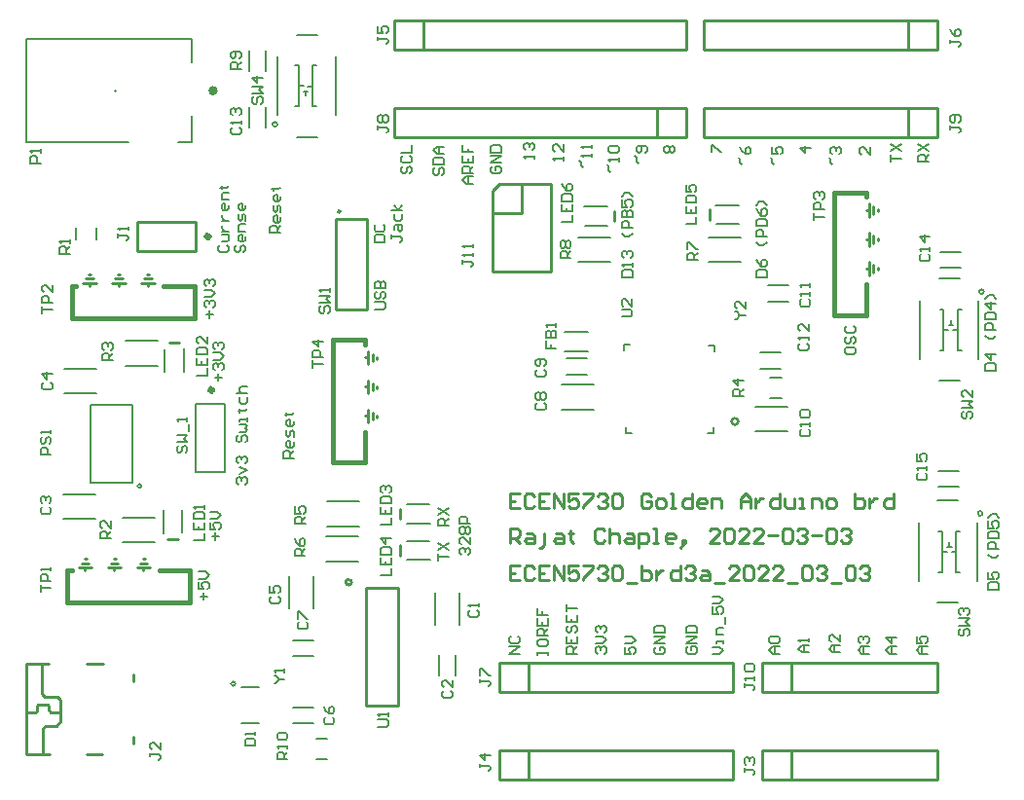
<source format=gto>
G04*
G04 #@! TF.GenerationSoftware,Altium Limited,Altium Designer,22.1.2 (22)*
G04*
G04 Layer_Color=65535*
%FSLAX25Y25*%
%MOIN*%
G70*
G04*
G04 #@! TF.SameCoordinates,DE848DBD-6215-49A0-A964-8366D708164F*
G04*
G04*
G04 #@! TF.FilePolarity,Positive*
G04*
G01*
G75*
%ADD10C,0.00600*%
%ADD11C,0.02000*%
%ADD12C,0.01575*%
%ADD13C,0.01000*%
%ADD14C,0.00394*%
%ADD15C,0.01500*%
%ADD16C,0.00787*%
%ADD17C,0.00500*%
%ADD18C,0.00900*%
%ADD19C,0.00800*%
D10*
X330306Y93600D02*
G03*
X330306Y93600I-806J0D01*
G01*
X330806Y169600D02*
G03*
X330806Y169600I-806J0D01*
G01*
X42314Y103000D02*
G03*
X42314Y103000I-707J0D01*
G01*
X88806Y226900D02*
G03*
X88806Y226900I-806J0D01*
G01*
X74407Y35300D02*
G03*
X74407Y35300I-707J0D01*
G01*
X92800Y61240D02*
Y72240D01*
X101200Y61240D02*
Y72240D01*
X236500Y188200D02*
X247500D01*
X236500Y179800D02*
X247500D01*
X316558Y80548D02*
X318158D01*
X319758Y80498D02*
X321158D01*
X321200Y73500D02*
Y87500D01*
X316500Y73500D02*
Y87500D01*
X328500Y70500D02*
Y90500D01*
X308500Y70500D02*
Y90500D01*
X319000Y82200D02*
Y83800D01*
X318200Y82200D02*
X319800D01*
X321200Y87500D02*
X322600D01*
X321200Y73500D02*
X322600D01*
X315200D02*
X316500D01*
X315200Y87500D02*
X316500D01*
X315000Y98000D02*
X322000D01*
X315000Y63000D02*
X322000D01*
X317058Y156548D02*
X318658D01*
X320258Y156498D02*
X321658D01*
X321700Y149500D02*
Y163500D01*
X317000Y149500D02*
Y163500D01*
X329000Y146500D02*
Y166500D01*
X309000Y146500D02*
Y166500D01*
X319500Y158200D02*
Y159800D01*
X318700Y158200D02*
X320300D01*
X321700Y163500D02*
X323100D01*
X321700Y149500D02*
X323100D01*
X315700D02*
X317000D01*
X315700Y163500D02*
X317000D01*
X315500Y174000D02*
X322500D01*
X315500Y139000D02*
X322500D01*
X315700Y183200D02*
X322700D01*
X315700Y177800D02*
X322700D01*
X315231Y108200D02*
X322232D01*
X315231Y102800D02*
X322232D01*
X84700Y225669D02*
Y232668D01*
X79300Y225669D02*
Y232668D01*
X84700Y245168D02*
Y252168D01*
X79300Y245168D02*
Y252168D01*
X39300Y104300D02*
Y130700D01*
X24700Y104300D02*
X39300D01*
X24700D02*
Y130700D01*
X39300D01*
X20000Y187500D02*
Y191500D01*
X27000Y187500D02*
Y191500D01*
X99342Y239952D02*
X100942D01*
X96342Y240002D02*
X97742D01*
X96300Y233000D02*
Y247000D01*
X101000Y233000D02*
Y247000D01*
X89000Y230000D02*
Y250000D01*
X109000Y230000D02*
Y250000D01*
X98500Y236700D02*
Y238300D01*
X97700D02*
X99300D01*
X94900Y233000D02*
X96300D01*
X94900Y247000D02*
X96300D01*
X101000D02*
X102300D01*
X101000Y233000D02*
X102300D01*
X95500Y222500D02*
X102500D01*
X95500Y257500D02*
X102500D01*
X207600Y149600D02*
Y151600D01*
X209600D01*
X238494Y149201D02*
Y151201D01*
X236494D02*
X238494D01*
X236323Y121145D02*
X238323D01*
Y123145D01*
X208100Y121100D02*
Y123100D01*
Y121100D02*
X210100D01*
X187244Y155800D02*
X195144D01*
X187344Y149200D02*
X195244D01*
X192000Y179800D02*
X203000D01*
X192000Y188200D02*
X203000D01*
X56300Y87053D02*
Y94953D01*
X49700Y86953D02*
Y94853D01*
X151200Y55500D02*
Y66500D01*
X142800Y55500D02*
Y66500D01*
X133147Y77700D02*
X141047D01*
X133047Y84300D02*
X140947D01*
X133194Y90200D02*
X141095D01*
X133095Y96800D02*
X140995D01*
X94300Y50200D02*
X101300D01*
X94300Y44800D02*
X101300D01*
X102100Y16500D02*
X105900D01*
X102100Y9500D02*
X105900D01*
X94200Y21800D02*
X101200D01*
X94200Y27200D02*
X101200D01*
X105500Y85700D02*
X116500D01*
X105500Y77300D02*
X116500D01*
X194000Y198800D02*
X201900D01*
X194100Y192200D02*
X202000D01*
X239100Y192700D02*
X247000D01*
X239000Y199300D02*
X246900D01*
X15500Y91800D02*
X26500D01*
X15500Y100200D02*
X26500D01*
X36000Y83800D02*
X47000D01*
X36000Y92200D02*
X47000D01*
X105760Y97700D02*
X116760D01*
X105760Y89300D02*
X116760D01*
X50200Y142000D02*
Y149900D01*
X56800Y142100D02*
Y150000D01*
X36760Y144300D02*
X47760D01*
X36760Y152700D02*
X47760D01*
X16000Y143200D02*
X27000D01*
X16000Y134800D02*
X27000D01*
X252500Y130200D02*
X263500D01*
X252500Y121800D02*
X263500D01*
X257600Y133000D02*
X261400D01*
X257600Y140000D02*
X261400D01*
X254200Y143300D02*
X261200D01*
X254200Y148700D02*
X261200D01*
X256800Y171700D02*
X263800D01*
X256800Y166300D02*
X263800D01*
X187700Y141300D02*
X194700D01*
X187700Y146700D02*
X194700D01*
X186260Y137700D02*
X197260D01*
X186260Y129300D02*
X197260D01*
X144300Y38300D02*
Y45300D01*
X149700Y38300D02*
Y45300D01*
X122043Y186600D02*
X125641D01*
Y188399D01*
X125042Y188999D01*
X122642D01*
X122043Y188399D01*
Y186600D01*
X122642Y192598D02*
X122043Y191998D01*
Y190799D01*
X122642Y190199D01*
X125042D01*
X125641Y190799D01*
Y191998D01*
X125042Y192598D01*
X127801Y188999D02*
Y187800D01*
Y188399D01*
X130800D01*
X131400Y187800D01*
Y187200D01*
X130800Y186600D01*
X129001Y190799D02*
Y191998D01*
X129601Y192598D01*
X131400D01*
Y190799D01*
X130800Y190199D01*
X130200Y190799D01*
Y192598D01*
X129001Y196197D02*
Y194397D01*
X129601Y193798D01*
X130800D01*
X131400Y194397D01*
Y196197D01*
Y197397D02*
X127801D01*
X130200D02*
X129001Y199196D01*
X130200Y197397D02*
X131400Y199196D01*
X147400Y89501D02*
X143801D01*
Y91300D01*
X144401Y91900D01*
X145601D01*
X146200Y91300D01*
Y89501D01*
Y90701D02*
X147400Y91900D01*
X143801Y93100D02*
X147400Y95499D01*
X143801D02*
X147400Y93100D01*
X89900Y189702D02*
X86301D01*
Y191502D01*
X86901Y192102D01*
X88101D01*
X88700Y191502D01*
Y189702D01*
Y190902D02*
X89900Y192102D01*
Y195101D02*
Y193901D01*
X89300Y193301D01*
X88101D01*
X87501Y193901D01*
Y195101D01*
X88101Y195701D01*
X88700D01*
Y193301D01*
X89900Y196900D02*
Y198700D01*
X89300Y199299D01*
X88700Y198700D01*
Y197500D01*
X88101Y196900D01*
X87501Y197500D01*
Y199299D01*
X89900Y202298D02*
Y201099D01*
X89300Y200499D01*
X88101D01*
X87501Y201099D01*
Y202298D01*
X88101Y202898D01*
X88700D01*
Y200499D01*
X86901Y204698D02*
X87501D01*
Y204098D01*
Y205297D01*
Y204698D01*
X89300D01*
X89900Y205297D01*
X122301Y163600D02*
X125300D01*
X125900Y164200D01*
Y165399D01*
X125300Y165999D01*
X122301D01*
X122901Y169598D02*
X122301Y168998D01*
Y167799D01*
X122901Y167199D01*
X123501D01*
X124101Y167799D01*
Y168998D01*
X124700Y169598D01*
X125300D01*
X125900Y168998D01*
Y167799D01*
X125300Y167199D01*
X122301Y170798D02*
X125900D01*
Y172597D01*
X125300Y173197D01*
X124700D01*
X124101Y172597D01*
Y170798D01*
Y172597D01*
X123501Y173197D01*
X122901D01*
X122301Y172597D01*
Y170798D01*
X331301Y142604D02*
X334900D01*
Y144404D01*
X334300Y145003D01*
X331901D01*
X331301Y144404D01*
Y142604D01*
X334900Y148002D02*
X331301D01*
X333101Y146203D01*
Y148602D01*
X334900Y154600D02*
X333700Y153401D01*
X332501D01*
X331301Y154600D01*
X334900Y156400D02*
X331301D01*
Y158199D01*
X331901Y158799D01*
X333101D01*
X333700Y158199D01*
Y156400D01*
X331301Y159999D02*
X334900D01*
Y161798D01*
X334300Y162398D01*
X331901D01*
X331301Y161798D01*
Y159999D01*
X334900Y165397D02*
X331301D01*
X333101Y163597D01*
Y165997D01*
X334900Y167196D02*
X333700Y168396D01*
X332501D01*
X331301Y167196D01*
X332301Y67604D02*
X335900D01*
Y69404D01*
X335300Y70003D01*
X332901D01*
X332301Y69404D01*
Y67604D01*
Y73602D02*
Y71203D01*
X334101D01*
X333501Y72403D01*
Y73002D01*
X334101Y73602D01*
X335300D01*
X335900Y73002D01*
Y71803D01*
X335300Y71203D01*
X335900Y79600D02*
X334700Y78401D01*
X333501D01*
X332301Y79600D01*
X335900Y81400D02*
X332301D01*
Y83199D01*
X332901Y83799D01*
X334101D01*
X334700Y83199D01*
Y81400D01*
X332301Y84999D02*
X335900D01*
Y86798D01*
X335300Y87398D01*
X332901D01*
X332301Y86798D01*
Y84999D01*
Y90997D02*
Y88597D01*
X334101D01*
X333501Y89797D01*
Y90397D01*
X334101Y90997D01*
X335300D01*
X335900Y90397D01*
Y89197D01*
X335300Y88597D01*
X335900Y92196D02*
X334700Y93396D01*
X333501D01*
X332301Y92196D01*
X252801Y174604D02*
X256400D01*
Y176404D01*
X255800Y177003D01*
X253401D01*
X252801Y176404D01*
Y174604D01*
Y180602D02*
X253401Y179403D01*
X254601Y178203D01*
X255800D01*
X256400Y178803D01*
Y180002D01*
X255800Y180602D01*
X255200D01*
X254601Y180002D01*
Y178203D01*
X256400Y186600D02*
X255200Y185401D01*
X254001D01*
X252801Y186600D01*
X256400Y188400D02*
X252801D01*
Y190199D01*
X253401Y190799D01*
X254601D01*
X255200Y190199D01*
Y188400D01*
X252801Y191999D02*
X256400D01*
Y193798D01*
X255800Y194398D01*
X253401D01*
X252801Y193798D01*
Y191999D01*
Y197997D02*
X253401Y196797D01*
X254601Y195597D01*
X255800D01*
X256400Y196197D01*
Y197397D01*
X255800Y197997D01*
X255200D01*
X254601Y197397D01*
Y195597D01*
X256400Y199196D02*
X255200Y200396D01*
X254001D01*
X252801Y199196D01*
X94400Y112600D02*
X90801D01*
Y114399D01*
X91401Y114999D01*
X92601D01*
X93200Y114399D01*
Y112600D01*
Y113800D02*
X94400Y114999D01*
Y117998D02*
Y116799D01*
X93800Y116199D01*
X92601D01*
X92001Y116799D01*
Y117998D01*
X92601Y118598D01*
X93200D01*
Y116199D01*
X94400Y119798D02*
Y121597D01*
X93800Y122197D01*
X93200Y121597D01*
Y120397D01*
X92601Y119798D01*
X92001Y120397D01*
Y122197D01*
X94400Y125196D02*
Y123996D01*
X93800Y123397D01*
X92601D01*
X92001Y123996D01*
Y125196D01*
X92601Y125796D01*
X93200D01*
Y123397D01*
X91401Y127595D02*
X92001D01*
Y126995D01*
Y128195D01*
Y127595D01*
X93800D01*
X94400Y128195D01*
X283301Y150001D02*
Y148801D01*
X283901Y148202D01*
X286300D01*
X286900Y148801D01*
Y150001D01*
X286300Y150601D01*
X283901D01*
X283301Y150001D01*
X283901Y154200D02*
X283301Y153600D01*
Y152400D01*
X283901Y151800D01*
X284501D01*
X285101Y152400D01*
Y153600D01*
X285700Y154200D01*
X286300D01*
X286900Y153600D01*
Y152400D01*
X286300Y151800D01*
X283901Y157799D02*
X283301Y157199D01*
Y155999D01*
X283901Y155399D01*
X286300D01*
X286900Y155999D01*
Y157199D01*
X286300Y157799D01*
X69142Y185499D02*
X68543Y184899D01*
Y183700D01*
X69142Y183100D01*
X71542D01*
X72141Y183700D01*
Y184899D01*
X71542Y185499D01*
X69742Y186699D02*
X71542D01*
X72141Y187299D01*
Y189098D01*
X69742D01*
Y190298D02*
X72141D01*
X70942D01*
X70342Y190898D01*
X69742Y191497D01*
Y192097D01*
Y193896D02*
X72141D01*
X70942D01*
X70342Y194496D01*
X69742Y195096D01*
Y195696D01*
X72141Y199295D02*
Y198095D01*
X71542Y197495D01*
X70342D01*
X69742Y198095D01*
Y199295D01*
X70342Y199895D01*
X70942D01*
Y197495D01*
X72141Y201094D02*
X69742D01*
Y202894D01*
X70342Y203493D01*
X72141D01*
X69142Y205293D02*
X69742D01*
Y204693D01*
Y205893D01*
Y205293D01*
X71542D01*
X72141Y205893D01*
X74901Y185499D02*
X74301Y184899D01*
Y183700D01*
X74901Y183100D01*
X75501D01*
X76101Y183700D01*
Y184899D01*
X76700Y185499D01*
X77300D01*
X77900Y184899D01*
Y183700D01*
X77300Y183100D01*
X77900Y188498D02*
Y187299D01*
X77300Y186699D01*
X76101D01*
X75501Y187299D01*
Y188498D01*
X76101Y189098D01*
X76700D01*
Y186699D01*
X77900Y190298D02*
X75501D01*
Y192097D01*
X76101Y192697D01*
X77900D01*
Y193896D02*
Y195696D01*
X77300Y196296D01*
X76700Y195696D01*
Y194496D01*
X76101Y193896D01*
X75501Y194496D01*
Y196296D01*
X77900Y199295D02*
Y198095D01*
X77300Y197495D01*
X76101D01*
X75501Y198095D01*
Y199295D01*
X76101Y199895D01*
X76700D01*
Y197495D01*
X143801Y77501D02*
Y79900D01*
Y78701D01*
X147400D01*
X143801Y81100D02*
X147400Y83499D01*
X143801D02*
X147400Y81100D01*
X206801Y174605D02*
X210400D01*
Y176404D01*
X209800Y177004D01*
X207401D01*
X206801Y176404D01*
Y174605D01*
X210400Y178203D02*
Y179403D01*
Y178803D01*
X206801D01*
X207401Y178203D01*
Y181202D02*
X206801Y181802D01*
Y183002D01*
X207401Y183602D01*
X208001D01*
X208601Y183002D01*
Y182402D01*
Y183002D01*
X209200Y183602D01*
X209800D01*
X210400Y183002D01*
Y181802D01*
X209800Y181202D01*
X210400Y189600D02*
X209200Y188400D01*
X208001D01*
X206801Y189600D01*
X210400Y191399D02*
X206801D01*
Y193199D01*
X207401Y193798D01*
X208601D01*
X209200Y193199D01*
Y191399D01*
X206801Y194998D02*
X210400D01*
Y196798D01*
X209800Y197397D01*
X209200D01*
X208601Y196798D01*
Y194998D01*
Y196798D01*
X208001Y197397D01*
X207401D01*
X206801Y196798D01*
Y194998D01*
Y200996D02*
Y198597D01*
X208601D01*
X208001Y199796D01*
Y200396D01*
X208601Y200996D01*
X209800D01*
X210400Y200396D01*
Y199197D01*
X209800Y198597D01*
X210400Y202196D02*
X209200Y203395D01*
X208001D01*
X206801Y202196D01*
X151901Y79402D02*
X151301Y80002D01*
Y81201D01*
X151901Y81801D01*
X152501D01*
X153101Y81201D01*
Y80602D01*
Y81201D01*
X153700Y81801D01*
X154300D01*
X154900Y81201D01*
Y80002D01*
X154300Y79402D01*
X154900Y85400D02*
Y83001D01*
X152501Y85400D01*
X151901D01*
X151301Y84800D01*
Y83601D01*
X151901Y83001D01*
Y86600D02*
X151301Y87200D01*
Y88399D01*
X151901Y88999D01*
X152501D01*
X153101Y88399D01*
X153700Y88999D01*
X154300D01*
X154900Y88399D01*
Y87200D01*
X154300Y86600D01*
X153700D01*
X153101Y87200D01*
X152501Y86600D01*
X151901D01*
X153101Y87200D02*
Y88399D01*
X154900Y90199D02*
X151301D01*
Y91998D01*
X151901Y92598D01*
X153101D01*
X153700Y91998D01*
Y90199D01*
X86800Y65140D02*
X86201Y64541D01*
Y63341D01*
X86800Y62741D01*
X89200D01*
X89799Y63341D01*
Y64541D01*
X89200Y65140D01*
X86201Y68739D02*
Y66340D01*
X88000D01*
X87400Y67540D01*
Y68139D01*
X88000Y68739D01*
X89200D01*
X89799Y68139D01*
Y66940D01*
X89200Y66340D01*
X232799Y180501D02*
X229201D01*
Y182300D01*
X229800Y182900D01*
X231000D01*
X231600Y182300D01*
Y180501D01*
Y181701D02*
X232799Y182900D01*
X229201Y184100D02*
Y186499D01*
X229800D01*
X232200Y184100D01*
X232799D01*
X322800Y54101D02*
X322201Y53501D01*
Y52301D01*
X322800Y51702D01*
X323400D01*
X324000Y52301D01*
Y53501D01*
X324600Y54101D01*
X325200D01*
X325799Y53501D01*
Y52301D01*
X325200Y51702D01*
X322201Y55300D02*
X325799D01*
X324600Y56500D01*
X325799Y57700D01*
X322201D01*
X322800Y58899D02*
X322201Y59499D01*
Y60699D01*
X322800Y61299D01*
X323400D01*
X324000Y60699D01*
Y60099D01*
Y60699D01*
X324600Y61299D01*
X325200D01*
X325799Y60699D01*
Y59499D01*
X325200Y58899D01*
X323800Y128601D02*
X323201Y128001D01*
Y126801D01*
X323800Y126202D01*
X324400D01*
X325000Y126801D01*
Y128001D01*
X325600Y128601D01*
X326200D01*
X326799Y128001D01*
Y126801D01*
X326200Y126202D01*
X323201Y129800D02*
X326799D01*
X325600Y131000D01*
X326799Y132200D01*
X323201D01*
X326799Y135799D02*
Y133399D01*
X324400Y135799D01*
X323800D01*
X323201Y135199D01*
Y133999D01*
X323800Y133399D01*
X309300Y182401D02*
X308701Y181801D01*
Y180601D01*
X309300Y180001D01*
X311700D01*
X312299Y180601D01*
Y181801D01*
X311700Y182401D01*
X312299Y183600D02*
Y184800D01*
Y184200D01*
X308701D01*
X309300Y183600D01*
X312299Y188399D02*
X308701D01*
X310500Y186599D01*
Y188998D01*
X308300Y107401D02*
X307701Y106801D01*
Y105601D01*
X308300Y105001D01*
X310700D01*
X311299Y105601D01*
Y106801D01*
X310700Y107401D01*
X311299Y108600D02*
Y109800D01*
Y109200D01*
X307701D01*
X308300Y108600D01*
X307701Y113999D02*
Y111599D01*
X309500D01*
X308900Y112799D01*
Y113399D01*
X309500Y113999D01*
X310700D01*
X311299Y113399D01*
Y112199D01*
X310700Y111599D01*
X248701Y6400D02*
Y5201D01*
Y5800D01*
X251700D01*
X252299Y5201D01*
Y4601D01*
X251700Y4001D01*
X249300Y7600D02*
X248701Y8200D01*
Y9399D01*
X249300Y9999D01*
X249900D01*
X250500Y9399D01*
Y8799D01*
Y9399D01*
X251100Y9999D01*
X251700D01*
X252299Y9399D01*
Y8200D01*
X251700Y7600D01*
X158201Y7900D02*
Y6701D01*
Y7300D01*
X161200D01*
X161799Y6701D01*
Y6101D01*
X161200Y5501D01*
X161799Y10899D02*
X158201D01*
X160000Y9100D01*
Y11499D01*
X158201Y36900D02*
Y35701D01*
Y36300D01*
X161200D01*
X161799Y35701D01*
Y35101D01*
X161200Y34501D01*
X158201Y38100D02*
Y40499D01*
X158800D01*
X161200Y38100D01*
X161799D01*
X171900Y45600D02*
X168301D01*
X171900Y47999D01*
X168301D01*
X168901Y51598D02*
X168301Y50998D01*
Y49799D01*
X168901Y49199D01*
X171300D01*
X171900Y49799D01*
Y50998D01*
X171300Y51598D01*
X218501Y47899D02*
X217901Y47299D01*
Y46100D01*
X218501Y45500D01*
X220900D01*
X221500Y46100D01*
Y47299D01*
X220900Y47899D01*
X219701D01*
Y46700D01*
X221500Y49099D02*
X217901D01*
X221500Y51498D01*
X217901D01*
Y52698D02*
X221500D01*
Y54497D01*
X220900Y55097D01*
X218501D01*
X217901Y54497D01*
Y52698D01*
X237901Y45500D02*
X240300D01*
X241500Y46700D01*
X240300Y47899D01*
X237901D01*
X241500Y49099D02*
Y50299D01*
Y49699D01*
X239101D01*
Y49099D01*
X241500Y52098D02*
X239101D01*
Y53897D01*
X239701Y54497D01*
X241500D01*
X242100Y55697D02*
Y58096D01*
X237901Y61695D02*
Y59296D01*
X239701D01*
X239101Y60495D01*
Y61095D01*
X239701Y61695D01*
X240900D01*
X241500Y61095D01*
Y59895D01*
X240900Y59296D01*
X237901Y62894D02*
X240300D01*
X241500Y64094D01*
X240300Y65294D01*
X237901D01*
X207901Y47899D02*
Y45500D01*
X209701D01*
X209101Y46700D01*
Y47299D01*
X209701Y47899D01*
X210900D01*
X211500Y47299D01*
Y46100D01*
X210900Y45500D01*
X207901Y49099D02*
X210300D01*
X211500Y50299D01*
X210300Y51498D01*
X207901D01*
X248701Y35401D02*
Y34201D01*
Y34801D01*
X251700D01*
X252299Y34201D01*
Y33601D01*
X251700Y33001D01*
X252299Y36600D02*
Y37800D01*
Y37200D01*
X248701D01*
X249300Y36600D01*
Y39599D02*
X248701Y40199D01*
Y41399D01*
X249300Y41998D01*
X251700D01*
X252299Y41399D01*
Y40199D01*
X251700Y39599D01*
X249300D01*
X229401Y47999D02*
X228801Y47399D01*
Y46200D01*
X229401Y45600D01*
X231800D01*
X232400Y46200D01*
Y47399D01*
X231800Y47999D01*
X230601D01*
Y46800D01*
X232400Y49199D02*
X228801D01*
X232400Y51598D01*
X228801D01*
Y52798D02*
X232400D01*
Y54597D01*
X231800Y55197D01*
X229401D01*
X228801Y54597D01*
Y52798D01*
X177801Y45100D02*
Y46300D01*
Y45700D01*
X181400D01*
Y45100D01*
Y46300D01*
X177801Y49898D02*
Y48699D01*
X178401Y48099D01*
X180800D01*
X181400Y48699D01*
Y49898D01*
X180800Y50498D01*
X178401D01*
X177801Y49898D01*
X181400Y51698D02*
X177801D01*
Y53497D01*
X178401Y54097D01*
X179601D01*
X180200Y53497D01*
Y51698D01*
Y52898D02*
X181400Y54097D01*
X177801Y57696D02*
Y55297D01*
X181400D01*
Y57696D01*
X179601Y55297D02*
Y56496D01*
X177801Y61295D02*
Y58896D01*
X179601D01*
Y60095D01*
Y58896D01*
X181400D01*
X198401Y45600D02*
X197801Y46200D01*
Y47399D01*
X198401Y47999D01*
X199001D01*
X199601Y47399D01*
Y46800D01*
Y47399D01*
X200200Y47999D01*
X200800D01*
X201400Y47399D01*
Y46200D01*
X200800Y45600D01*
X197801Y49199D02*
X200200D01*
X201400Y50398D01*
X200200Y51598D01*
X197801D01*
X198401Y52798D02*
X197801Y53398D01*
Y54597D01*
X198401Y55197D01*
X199001D01*
X199601Y54597D01*
Y53997D01*
Y54597D01*
X200200Y55197D01*
X200800D01*
X201400Y54597D01*
Y53398D01*
X200800Y52798D01*
X191400Y45600D02*
X187801D01*
Y47399D01*
X188401Y47999D01*
X189601D01*
X190200Y47399D01*
Y45600D01*
Y46800D02*
X191400Y47999D01*
X187801Y51598D02*
Y49199D01*
X191400D01*
Y51598D01*
X189601Y49199D02*
Y50398D01*
X188401Y55197D02*
X187801Y54597D01*
Y53398D01*
X188401Y52798D01*
X189001D01*
X189601Y53398D01*
Y54597D01*
X190200Y55197D01*
X190800D01*
X191400Y54597D01*
Y53398D01*
X190800Y52798D01*
X187801Y58796D02*
Y56397D01*
X191400D01*
Y58796D01*
X189601Y56397D02*
Y57596D01*
X187801Y59995D02*
Y62395D01*
Y61195D01*
X191400D01*
X311400Y45600D02*
X309001D01*
X307801Y46800D01*
X309001Y47999D01*
X311400D01*
X309601D01*
Y45600D01*
X307801Y51598D02*
Y49199D01*
X309601D01*
X309001Y50398D01*
Y50998D01*
X309601Y51598D01*
X310800D01*
X311400Y50998D01*
Y49799D01*
X310800Y49199D01*
X281400Y46100D02*
X279001D01*
X277801Y47300D01*
X279001Y48499D01*
X281400D01*
X279601D01*
Y46100D01*
X281400Y52098D02*
Y49699D01*
X279001Y52098D01*
X278401D01*
X277801Y51498D01*
Y50299D01*
X278401Y49699D01*
X291400Y45600D02*
X289001D01*
X287801Y46800D01*
X289001Y47999D01*
X291400D01*
X289601D01*
Y45600D01*
X288401Y49199D02*
X287801Y49799D01*
Y50998D01*
X288401Y51598D01*
X289001D01*
X289601Y50998D01*
Y50398D01*
Y50998D01*
X290200Y51598D01*
X290800D01*
X291400Y50998D01*
Y49799D01*
X290800Y49199D01*
X300900Y45600D02*
X298501D01*
X297301Y46800D01*
X298501Y47999D01*
X300900D01*
X299101D01*
Y45600D01*
X300900Y50998D02*
X297301D01*
X299101Y49199D01*
Y51598D01*
X260900Y45600D02*
X258501D01*
X257301Y46800D01*
X258501Y47999D01*
X260900D01*
X259101D01*
Y45600D01*
X257901Y49199D02*
X257301Y49799D01*
Y50998D01*
X257901Y51598D01*
X260300D01*
X260900Y50998D01*
Y49799D01*
X260300Y49199D01*
X257901D01*
X270900Y46100D02*
X268501D01*
X267301Y47300D01*
X268501Y48499D01*
X270900D01*
X269101D01*
Y46100D01*
X270900Y49699D02*
Y50898D01*
Y50299D01*
X267301D01*
X267901Y49699D01*
X7701Y66801D02*
Y69201D01*
Y68001D01*
X11299D01*
Y70400D02*
X7701D01*
Y72200D01*
X8300Y72799D01*
X9500D01*
X10100Y72200D01*
Y70400D01*
X11299Y73999D02*
Y75199D01*
Y74599D01*
X7701D01*
X8300Y73999D01*
X45201Y11585D02*
Y10386D01*
Y10986D01*
X48200D01*
X48799Y10386D01*
Y9786D01*
X48200Y9186D01*
X48799Y15184D02*
Y12785D01*
X46400Y15184D01*
X45800D01*
X45201Y14584D01*
Y13385D01*
X45800Y12785D01*
X152201Y180500D02*
Y179301D01*
Y179901D01*
X155200D01*
X155799Y179301D01*
Y178701D01*
X155200Y178101D01*
X155799Y181700D02*
Y182900D01*
Y182300D01*
X152201D01*
X152800Y181700D01*
X155799Y184699D02*
Y185899D01*
Y185299D01*
X152201D01*
X152800Y184699D01*
X55001Y116901D02*
X54401Y116301D01*
Y115102D01*
X55001Y114502D01*
X55600D01*
X56200Y115102D01*
Y116301D01*
X56800Y116901D01*
X57400D01*
X57999Y116301D01*
Y115102D01*
X57400Y114502D01*
X54401Y118101D02*
X57999D01*
X56800Y119300D01*
X57999Y120500D01*
X54401D01*
X58599Y121700D02*
Y124099D01*
X57999Y125299D02*
Y126498D01*
Y125898D01*
X54401D01*
X55001Y125299D01*
X123201Y226400D02*
Y225201D01*
Y225800D01*
X126200D01*
X126799Y225201D01*
Y224601D01*
X126200Y224001D01*
X123800Y227600D02*
X123201Y228200D01*
Y229399D01*
X123800Y229999D01*
X124400D01*
X125000Y229399D01*
X125600Y229999D01*
X126200D01*
X126799Y229399D01*
Y228200D01*
X126200Y227600D01*
X125600D01*
X125000Y228200D01*
X124400Y227600D01*
X123800D01*
X125000Y228200D02*
Y229399D01*
X34201Y189500D02*
Y188300D01*
Y188900D01*
X37200D01*
X37799Y188300D01*
Y187701D01*
X37200Y187101D01*
X37799Y190700D02*
Y191899D01*
Y191299D01*
X34201D01*
X34800Y190700D01*
X8201Y162202D02*
Y164601D01*
Y163401D01*
X11799D01*
Y165800D02*
X8201D01*
Y167600D01*
X8800Y168200D01*
X10000D01*
X10600Y167600D01*
Y165800D01*
X11799Y171799D02*
Y169399D01*
X9400Y171799D01*
X8800D01*
X8201Y171199D01*
Y169999D01*
X8800Y169399D01*
X7799Y213601D02*
X4201D01*
Y215400D01*
X4800Y216000D01*
X6000D01*
X6600Y215400D01*
Y213601D01*
X7799Y217200D02*
Y218399D01*
Y217799D01*
X4201D01*
X4800Y217200D01*
X319201Y226400D02*
Y225201D01*
Y225800D01*
X322200D01*
X322799Y225201D01*
Y224601D01*
X322200Y224001D01*
Y227600D02*
X322799Y228200D01*
Y229399D01*
X322200Y229999D01*
X319800D01*
X319201Y229399D01*
Y228200D01*
X319800Y227600D01*
X320400D01*
X321000Y228200D01*
Y229999D01*
X237401Y217500D02*
Y219899D01*
X238001D01*
X240400Y217500D01*
X241000D01*
X272601Y194100D02*
Y196499D01*
Y195300D01*
X276200D01*
Y197699D02*
X272601D01*
Y199498D01*
X273201Y200098D01*
X274401D01*
X275000Y199498D01*
Y197699D01*
X273201Y201298D02*
X272601Y201898D01*
Y203097D01*
X273201Y203697D01*
X273801D01*
X274401Y203097D01*
Y202497D01*
Y203097D01*
X275000Y203697D01*
X275600D01*
X276200Y203097D01*
Y201898D01*
X275600Y201298D01*
X101001Y143600D02*
Y145999D01*
Y144800D01*
X104600D01*
Y147199D02*
X101001D01*
Y148998D01*
X101601Y149598D01*
X102801D01*
X103400Y148998D01*
Y147199D01*
X104600Y152597D02*
X101001D01*
X102801Y150798D01*
Y153197D01*
X103800Y164701D02*
X103201Y164101D01*
Y162901D01*
X103800Y162301D01*
X104400D01*
X105000Y162901D01*
Y164101D01*
X105600Y164701D01*
X106200D01*
X106799Y164101D01*
Y162901D01*
X106200Y162301D01*
X103201Y165900D02*
X106799D01*
X105600Y167100D01*
X106799Y168299D01*
X103201D01*
X106799Y169499D02*
Y170699D01*
Y170099D01*
X103201D01*
X103800Y169499D01*
X123201Y256900D02*
Y255701D01*
Y256300D01*
X126200D01*
X126799Y255701D01*
Y255101D01*
X126200Y254501D01*
X123201Y260499D02*
Y258100D01*
X125000D01*
X124400Y259299D01*
Y259899D01*
X125000Y260499D01*
X126200D01*
X126799Y259899D01*
Y258700D01*
X126200Y258100D01*
X319201Y255900D02*
Y254701D01*
Y255300D01*
X322200D01*
X322799Y254701D01*
Y254101D01*
X322200Y253501D01*
X319201Y259499D02*
X319800Y258299D01*
X321000Y257100D01*
X322200D01*
X322799Y257700D01*
Y258899D01*
X322200Y259499D01*
X321600D01*
X321000Y258899D01*
Y257100D01*
X73401Y225799D02*
X72801Y225199D01*
Y224000D01*
X73401Y223400D01*
X75800D01*
X76400Y224000D01*
Y225199D01*
X75800Y225799D01*
X76400Y226999D02*
Y228199D01*
Y227599D01*
X72801D01*
X73401Y226999D01*
Y229998D02*
X72801Y230598D01*
Y231797D01*
X73401Y232397D01*
X74001D01*
X74601Y231797D01*
Y231198D01*
Y231797D01*
X75200Y232397D01*
X75800D01*
X76400Y231797D01*
Y230598D01*
X75800Y229998D01*
X76400Y245900D02*
X72801D01*
Y247699D01*
X73401Y248299D01*
X74601D01*
X75200Y247699D01*
Y245900D01*
Y247100D02*
X76400Y248299D01*
X75800Y249499D02*
X76400Y250099D01*
Y251298D01*
X75800Y251898D01*
X73401D01*
X72801Y251298D01*
Y250099D01*
X73401Y249499D01*
X74001D01*
X74601Y250099D01*
Y251898D01*
X11299Y113801D02*
X7701D01*
Y115601D01*
X8300Y116201D01*
X9500D01*
X10100Y115601D01*
Y113801D01*
X8300Y119799D02*
X7701Y119200D01*
Y118000D01*
X8300Y117400D01*
X8900D01*
X9500Y118000D01*
Y119200D01*
X10100Y119799D01*
X10700D01*
X11299Y119200D01*
Y118000D01*
X10700Y117400D01*
X11299Y120999D02*
Y122199D01*
Y121599D01*
X7701D01*
X8300Y120999D01*
X17799Y182601D02*
X14201D01*
Y184400D01*
X14800Y185000D01*
X16000D01*
X16600Y184400D01*
Y182601D01*
Y183800D02*
X17799Y185000D01*
Y186200D02*
Y187399D01*
Y186799D01*
X14201D01*
X14800Y186200D01*
X80800Y236319D02*
X80201Y235719D01*
Y234520D01*
X80800Y233920D01*
X81400D01*
X82000Y234520D01*
Y235719D01*
X82600Y236319D01*
X83200D01*
X83799Y235719D01*
Y234520D01*
X83200Y233920D01*
X80201Y237519D02*
X83799D01*
X82600Y238719D01*
X83799Y239918D01*
X80201D01*
X83799Y242917D02*
X80201D01*
X82000Y241118D01*
Y243517D01*
X206701Y161001D02*
X209700D01*
X210299Y161601D01*
Y162800D01*
X209700Y163400D01*
X206701D01*
X210299Y166999D02*
Y164600D01*
X207900Y166999D01*
X207300D01*
X206701Y166399D01*
Y165200D01*
X207300Y164600D01*
X180701Y152701D02*
Y150301D01*
X182500D01*
Y151501D01*
Y150301D01*
X184299D01*
X180701Y153900D02*
X184299D01*
Y155700D01*
X183700Y156299D01*
X183100D01*
X182500Y155700D01*
Y153900D01*
Y155700D01*
X181900Y156299D01*
X181300D01*
X180701Y155700D01*
Y153900D01*
X184299Y157499D02*
Y158699D01*
Y158099D01*
X180701D01*
X181300Y157499D01*
X189299Y181001D02*
X185701D01*
Y182800D01*
X186300Y183400D01*
X187500D01*
X188100Y182800D01*
Y181001D01*
Y182201D02*
X189299Y183400D01*
X186300Y184600D02*
X185701Y185200D01*
Y186399D01*
X186300Y186999D01*
X186900D01*
X187500Y186399D01*
X188100Y186999D01*
X188700D01*
X189299Y186399D01*
Y185200D01*
X188700Y184600D01*
X188100D01*
X187500Y185200D01*
X186900Y184600D01*
X186300D01*
X187500Y185200D02*
Y186399D01*
X60201Y84455D02*
X63799D01*
Y86854D01*
X60201Y90453D02*
Y88054D01*
X63799D01*
Y90453D01*
X62000Y88054D02*
Y89253D01*
X60201Y91652D02*
X63799D01*
Y93452D01*
X63200Y94052D01*
X60800D01*
X60201Y93452D01*
Y91652D01*
X63799Y95251D02*
Y96451D01*
Y95851D01*
X60201D01*
X60800Y95251D01*
X123201Y20601D02*
X126200D01*
X126799Y21201D01*
Y22400D01*
X126200Y23000D01*
X123201D01*
X126799Y24200D02*
Y25399D01*
Y24799D01*
X123201D01*
X123800Y24200D01*
X154800Y60500D02*
X154201Y59900D01*
Y58701D01*
X154800Y58101D01*
X157200D01*
X157799Y58701D01*
Y59900D01*
X157200Y60500D01*
X157799Y61700D02*
Y62899D01*
Y62299D01*
X154201D01*
X154800Y61700D01*
X124201Y72402D02*
X127799D01*
Y74801D01*
X124201Y78400D02*
Y76001D01*
X127799D01*
Y78400D01*
X126000Y76001D02*
Y77201D01*
X124201Y79600D02*
X127799D01*
Y81399D01*
X127200Y81999D01*
X124800D01*
X124201Y81399D01*
Y79600D01*
X127799Y84998D02*
X124201D01*
X126000Y83199D01*
Y85598D01*
X124201Y89902D02*
X127799D01*
Y92301D01*
X124201Y95900D02*
Y93501D01*
X127799D01*
Y95900D01*
X126000Y93501D02*
Y94701D01*
X124201Y97100D02*
X127799D01*
Y98899D01*
X127200Y99499D01*
X124800D01*
X124201Y98899D01*
Y97100D01*
X124800Y100699D02*
X124201Y101298D01*
Y102498D01*
X124800Y103098D01*
X125400D01*
X126000Y102498D01*
Y101898D01*
Y102498D01*
X126600Y103098D01*
X127200D01*
X127799Y102498D01*
Y101298D01*
X127200Y100699D01*
X77701Y14101D02*
X81299D01*
Y15900D01*
X80700Y16500D01*
X78300D01*
X77701Y15900D01*
Y14101D01*
X81299Y17700D02*
Y18899D01*
Y18299D01*
X77701D01*
X78300Y17700D01*
X87701Y35601D02*
X88300D01*
X89500Y36800D01*
X88300Y38000D01*
X87701D01*
X89500Y36800D02*
X91299D01*
Y39200D02*
Y40399D01*
Y39799D01*
X87701D01*
X88300Y39200D01*
X96300Y56400D02*
X95701Y55800D01*
Y54601D01*
X96300Y54001D01*
X98700D01*
X99299Y54601D01*
Y55800D01*
X98700Y56400D01*
X95701Y57600D02*
Y59999D01*
X96300D01*
X98700Y57600D01*
X99299D01*
X92299Y9501D02*
X88701D01*
Y11301D01*
X89300Y11901D01*
X90500D01*
X91100Y11301D01*
Y9501D01*
Y10701D02*
X92299Y11901D01*
Y13100D02*
Y14300D01*
Y13700D01*
X88701D01*
X89300Y13100D01*
Y16099D02*
X88701Y16699D01*
Y17899D01*
X89300Y18499D01*
X91700D01*
X92299Y17899D01*
Y16699D01*
X91700Y16099D01*
X89300D01*
X105300Y23900D02*
X104701Y23300D01*
Y22101D01*
X105300Y21501D01*
X107700D01*
X108299Y22101D01*
Y23300D01*
X107700Y23900D01*
X104701Y27499D02*
X105300Y26299D01*
X106500Y25100D01*
X107700D01*
X108299Y25700D01*
Y26899D01*
X107700Y27499D01*
X107100D01*
X106500Y26899D01*
Y25100D01*
X98299Y79001D02*
X94701D01*
Y80800D01*
X95300Y81400D01*
X96500D01*
X97100Y80800D01*
Y79001D01*
Y80201D02*
X98299Y81400D01*
X94701Y84999D02*
X95300Y83799D01*
X96500Y82600D01*
X97700D01*
X98299Y83200D01*
Y84399D01*
X97700Y84999D01*
X97100D01*
X96500Y84399D01*
Y82600D01*
X186201Y193402D02*
X189799D01*
Y195801D01*
X186201Y199400D02*
Y197001D01*
X189799D01*
Y199400D01*
X188000Y197001D02*
Y198201D01*
X186201Y200600D02*
X189799D01*
Y202399D01*
X189200Y202999D01*
X186800D01*
X186201Y202399D01*
Y200600D01*
Y206598D02*
X186800Y205398D01*
X188000Y204199D01*
X189200D01*
X189799Y204799D01*
Y205998D01*
X189200Y206598D01*
X188600D01*
X188000Y205998D01*
Y204199D01*
X228701Y192902D02*
X232299D01*
Y195301D01*
X228701Y198900D02*
Y196501D01*
X232299D01*
Y198900D01*
X230500Y196501D02*
Y197701D01*
X228701Y200100D02*
X232299D01*
Y201899D01*
X231700Y202499D01*
X229300D01*
X228701Y201899D01*
Y200100D01*
Y206098D02*
Y203699D01*
X230500D01*
X229900Y204898D01*
Y205498D01*
X230500Y206098D01*
X231700D01*
X232299Y205498D01*
Y204298D01*
X231700Y203699D01*
X8300Y95900D02*
X7701Y95300D01*
Y94101D01*
X8300Y93501D01*
X10700D01*
X11299Y94101D01*
Y95300D01*
X10700Y95900D01*
X8300Y97100D02*
X7701Y97700D01*
Y98899D01*
X8300Y99499D01*
X8900D01*
X9500Y98899D01*
Y98299D01*
Y98899D01*
X10100Y99499D01*
X10700D01*
X11299Y98899D01*
Y97700D01*
X10700Y97100D01*
X31799Y85001D02*
X28201D01*
Y86800D01*
X28800Y87400D01*
X30000D01*
X30600Y86800D01*
Y85001D01*
Y86201D02*
X31799Y87400D01*
Y90999D02*
Y88600D01*
X29400Y90999D01*
X28800D01*
X28201Y90399D01*
Y89200D01*
X28800Y88600D01*
X98559Y90001D02*
X94960D01*
Y91800D01*
X95560Y92400D01*
X96760D01*
X97360Y91800D01*
Y90001D01*
Y91201D02*
X98559Y92400D01*
X94960Y95999D02*
Y93600D01*
X96760D01*
X96160Y94799D01*
Y95399D01*
X96760Y95999D01*
X97959D01*
X98559Y95399D01*
Y94200D01*
X97959Y93600D01*
X61201Y140949D02*
X64799D01*
Y143349D01*
X61201Y146947D02*
Y144548D01*
X64799D01*
Y146947D01*
X63000Y144548D02*
Y145748D01*
X61201Y148147D02*
X64799D01*
Y149946D01*
X64200Y150546D01*
X61800D01*
X61201Y149946D01*
Y148147D01*
X64799Y154145D02*
Y151746D01*
X62400Y154145D01*
X61800D01*
X61201Y153545D01*
Y152346D01*
X61800Y151746D01*
X32559Y146001D02*
X28960D01*
Y147800D01*
X29560Y148400D01*
X30760D01*
X31360Y147800D01*
Y146001D01*
Y147201D02*
X32559Y148400D01*
X29560Y149600D02*
X28960Y150200D01*
Y151399D01*
X29560Y151999D01*
X30160D01*
X30760Y151399D01*
Y150799D01*
Y151399D01*
X31360Y151999D01*
X31959D01*
X32559Y151399D01*
Y150200D01*
X31959Y149600D01*
X8800Y138400D02*
X8201Y137800D01*
Y136601D01*
X8800Y136001D01*
X11200D01*
X11799Y136601D01*
Y137800D01*
X11200Y138400D01*
X11799Y141399D02*
X8201D01*
X10000Y139600D01*
Y141999D01*
X268300Y122401D02*
X267701Y121801D01*
Y120601D01*
X268300Y120001D01*
X270700D01*
X271299Y120601D01*
Y121801D01*
X270700Y122401D01*
X271299Y123600D02*
Y124800D01*
Y124200D01*
X267701D01*
X268300Y123600D01*
Y126599D02*
X267701Y127199D01*
Y128399D01*
X268300Y128999D01*
X270700D01*
X271299Y128399D01*
Y127199D01*
X270700Y126599D01*
X268300D01*
X248400Y133900D02*
X244801D01*
Y135699D01*
X245401Y136299D01*
X246601D01*
X247200Y135699D01*
Y133900D01*
Y135100D02*
X248400Y136299D01*
Y139298D02*
X244801D01*
X246601Y137499D01*
Y139898D01*
X267800Y151901D02*
X267201Y151301D01*
Y150101D01*
X267800Y149502D01*
X270200D01*
X270799Y150101D01*
Y151301D01*
X270200Y151901D01*
X270799Y153100D02*
Y154300D01*
Y153700D01*
X267201D01*
X267800Y153100D01*
X270799Y158499D02*
Y156099D01*
X268400Y158499D01*
X267800D01*
X267201Y157899D01*
Y156699D01*
X267800Y156099D01*
X245501Y160300D02*
X246101D01*
X247301Y161500D01*
X246101Y162699D01*
X245501D01*
X247301Y161500D02*
X249100D01*
Y166298D02*
Y163899D01*
X246701Y166298D01*
X246101D01*
X245501Y165698D01*
Y164499D01*
X246101Y163899D01*
X268300Y167000D02*
X267701Y166401D01*
Y165201D01*
X268300Y164601D01*
X270700D01*
X271299Y165201D01*
Y166401D01*
X270700Y167000D01*
X271299Y168200D02*
Y169400D01*
Y168800D01*
X267701D01*
X268300Y168200D01*
X271299Y171199D02*
Y172399D01*
Y171799D01*
X267701D01*
X268300Y171199D01*
X177800Y142900D02*
X177201Y142300D01*
Y141101D01*
X177800Y140501D01*
X180200D01*
X180799Y141101D01*
Y142300D01*
X180200Y142900D01*
Y144100D02*
X180799Y144700D01*
Y145899D01*
X180200Y146499D01*
X177800D01*
X177201Y145899D01*
Y144700D01*
X177800Y144100D01*
X178400D01*
X179000Y144700D01*
Y146499D01*
X177800Y131400D02*
X177201Y130800D01*
Y129601D01*
X177800Y129001D01*
X180200D01*
X180799Y129601D01*
Y130800D01*
X180200Y131400D01*
X177800Y132600D02*
X177201Y133200D01*
Y134399D01*
X177800Y134999D01*
X178400D01*
X179000Y134399D01*
X179600Y134999D01*
X180200D01*
X180799Y134399D01*
Y133200D01*
X180200Y132600D01*
X179600D01*
X179000Y133200D01*
X178400Y132600D01*
X177800D01*
X179000Y133200D02*
Y134399D01*
X145800Y32900D02*
X145201Y32300D01*
Y31101D01*
X145800Y30501D01*
X148200D01*
X148799Y31101D01*
Y32300D01*
X148200Y32900D01*
X148799Y36499D02*
Y34100D01*
X146400Y36499D01*
X145800D01*
X145201Y35899D01*
Y34700D01*
X145800Y34100D01*
X155900Y206600D02*
X153501D01*
X152301Y207800D01*
X153501Y208999D01*
X155900D01*
X154101D01*
Y206600D01*
X155900Y210199D02*
X152301D01*
Y211998D01*
X152901Y212598D01*
X154101D01*
X154700Y211998D01*
Y210199D01*
Y211399D02*
X155900Y212598D01*
X152301Y216197D02*
Y213798D01*
X155900D01*
Y216197D01*
X154101Y213798D02*
Y214997D01*
X152301Y219796D02*
Y217396D01*
X154101D01*
Y218596D01*
Y217396D01*
X155900D01*
X142901Y211999D02*
X142301Y211399D01*
Y210200D01*
X142901Y209600D01*
X143501D01*
X144101Y210200D01*
Y211399D01*
X144700Y211999D01*
X145300D01*
X145900Y211399D01*
Y210200D01*
X145300Y209600D01*
X142301Y213199D02*
X145900D01*
Y214998D01*
X145300Y215598D01*
X142901D01*
X142301Y214998D01*
Y213199D01*
X145900Y216798D02*
X143501D01*
X142301Y217997D01*
X143501Y219197D01*
X145900D01*
X144101D01*
Y216798D01*
X131901Y212499D02*
X131301Y211899D01*
Y210700D01*
X131901Y210100D01*
X132501D01*
X133101Y210700D01*
Y211899D01*
X133700Y212499D01*
X134300D01*
X134900Y211899D01*
Y210700D01*
X134300Y210100D01*
X131901Y216098D02*
X131301Y215498D01*
Y214299D01*
X131901Y213699D01*
X134300D01*
X134900Y214299D01*
Y215498D01*
X134300Y216098D01*
X131301Y217298D02*
X134900D01*
Y219697D01*
X162401Y212499D02*
X161801Y211899D01*
Y210700D01*
X162401Y210100D01*
X164800D01*
X165400Y210700D01*
Y211899D01*
X164800Y212499D01*
X163601D01*
Y211300D01*
X165400Y213699D02*
X161801D01*
X165400Y216098D01*
X161801D01*
Y217298D02*
X165400D01*
Y219097D01*
X164800Y219697D01*
X162401D01*
X161801Y219097D01*
Y217298D01*
X176900Y215100D02*
Y216300D01*
Y215700D01*
X173301D01*
X173901Y215100D01*
Y218099D02*
X173301Y218699D01*
Y219899D01*
X173901Y220498D01*
X174501D01*
X175101Y219899D01*
Y219299D01*
Y219899D01*
X175700Y220498D01*
X176300D01*
X176900Y219899D01*
Y218699D01*
X176300Y218099D01*
X186900Y214600D02*
Y215800D01*
Y215200D01*
X183301D01*
X183901Y214600D01*
X186900Y219998D02*
Y217599D01*
X184501Y219998D01*
X183901D01*
X183301Y219398D01*
Y218199D01*
X183901Y217599D01*
X278901Y213100D02*
X278301Y213700D01*
Y214899D01*
X277701Y215499D01*
X278901Y216699D02*
X278301Y217299D01*
Y218498D01*
X278901Y219098D01*
X279501D01*
X280101Y218498D01*
Y217899D01*
Y218498D01*
X280700Y219098D01*
X281300D01*
X281900Y218498D01*
Y217299D01*
X281300Y216699D01*
X298801Y214100D02*
Y216499D01*
Y215300D01*
X302400D01*
X298801Y217699D02*
X302400Y220098D01*
X298801D02*
X302400Y217699D01*
X311900Y214100D02*
X308301D01*
Y215899D01*
X308901Y216499D01*
X310101D01*
X310700Y215899D01*
Y214100D01*
Y215300D02*
X311900Y216499D01*
X308301Y217699D02*
X311900Y220098D01*
X308301D02*
X311900Y217699D01*
X271400Y218899D02*
X267801D01*
X269601Y217100D01*
Y219499D01*
X291900Y218999D02*
Y216600D01*
X289501Y218999D01*
X288901D01*
X288301Y218399D01*
Y217200D01*
X288901Y216600D01*
X212401Y213600D02*
X211801Y214200D01*
Y215399D01*
X211201Y215999D01*
X214800Y217199D02*
X215400Y217799D01*
Y218998D01*
X214800Y219598D01*
X212401D01*
X211801Y218998D01*
Y217799D01*
X212401Y217199D01*
X213001D01*
X213601Y217799D01*
Y219598D01*
X247901Y213100D02*
X247301Y213700D01*
Y214899D01*
X246701Y215499D01*
X247301Y219098D02*
X247901Y217899D01*
X249101Y216699D01*
X250300D01*
X250900Y217299D01*
Y218498D01*
X250300Y219098D01*
X249700D01*
X249101Y218498D01*
Y216699D01*
X258901Y213100D02*
X258301Y213700D01*
Y214899D01*
X257701Y215499D01*
X258301Y219098D02*
Y216699D01*
X260101D01*
X259501Y217899D01*
Y218498D01*
X260101Y219098D01*
X261300D01*
X261900Y218498D01*
Y217299D01*
X261300Y216699D01*
X221901Y217100D02*
X221301Y217700D01*
Y218899D01*
X221901Y219499D01*
X222501D01*
X223101Y218899D01*
X223700Y219499D01*
X224300D01*
X224900Y218899D01*
Y217700D01*
X224300Y217100D01*
X223700D01*
X223101Y217700D01*
X222501Y217100D01*
X221901D01*
X223101Y217700D02*
Y218899D01*
X193401Y212100D02*
X192801Y212700D01*
Y213899D01*
X192201Y214499D01*
X196400Y215699D02*
Y216898D01*
Y216299D01*
X192801D01*
X193401Y215699D01*
X196400Y218698D02*
Y219898D01*
Y219298D01*
X192801D01*
X193401Y218698D01*
X202901Y210600D02*
X202301Y211200D01*
Y212399D01*
X201701Y212999D01*
X205900Y214199D02*
Y215399D01*
Y214799D01*
X202301D01*
X202901Y214199D01*
Y217198D02*
X202301Y217798D01*
Y218997D01*
X202901Y219597D01*
X205300D01*
X205900Y218997D01*
Y217798D01*
X205300Y217198D01*
X202901D01*
X68601Y139100D02*
Y141499D01*
X67401Y140300D02*
X69800D01*
X67401Y142699D02*
X66801Y143299D01*
Y144498D01*
X67401Y145098D01*
X68001D01*
X68601Y144498D01*
Y143898D01*
Y144498D01*
X69200Y145098D01*
X69800D01*
X70400Y144498D01*
Y143299D01*
X69800Y142699D01*
X66801Y146298D02*
X69200D01*
X70400Y147497D01*
X69200Y148697D01*
X66801D01*
X67401Y149897D02*
X66801Y150496D01*
Y151696D01*
X67401Y152296D01*
X68001D01*
X68601Y151696D01*
Y151096D01*
Y151696D01*
X69200Y152296D01*
X69800D01*
X70400Y151696D01*
Y150496D01*
X69800Y149897D01*
X63601Y64100D02*
Y66499D01*
X62401Y65300D02*
X64800D01*
X61801Y70098D02*
Y67699D01*
X63601D01*
X63001Y68898D01*
Y69498D01*
X63601Y70098D01*
X64800D01*
X65400Y69498D01*
Y68299D01*
X64800Y67699D01*
X61801Y71298D02*
X64200D01*
X65400Y72497D01*
X64200Y73697D01*
X61801D01*
X67601Y84600D02*
Y86999D01*
X66401Y85800D02*
X68800D01*
X65801Y90598D02*
Y88199D01*
X67601D01*
X67001Y89398D01*
Y89998D01*
X67601Y90598D01*
X68800D01*
X69400Y89998D01*
Y88799D01*
X68800Y88199D01*
X65801Y91798D02*
X68200D01*
X69400Y92997D01*
X68200Y94197D01*
X65801D01*
X75401Y103600D02*
X74801Y104200D01*
Y105399D01*
X75401Y105999D01*
X76001D01*
X76601Y105399D01*
Y104800D01*
Y105399D01*
X77200Y105999D01*
X77800D01*
X78400Y105399D01*
Y104200D01*
X77800Y103600D01*
X76001Y107199D02*
X78400Y108398D01*
X76001Y109598D01*
X75401Y110798D02*
X74801Y111398D01*
Y112597D01*
X75401Y113197D01*
X76001D01*
X76601Y112597D01*
Y111997D01*
Y112597D01*
X77200Y113197D01*
X77800D01*
X78400Y112597D01*
Y111398D01*
X77800Y110798D01*
X75401Y120395D02*
X74801Y119795D01*
Y118595D01*
X75401Y117995D01*
X76001D01*
X76601Y118595D01*
Y119795D01*
X77200Y120395D01*
X77800D01*
X78400Y119795D01*
Y118595D01*
X77800Y117995D01*
X76001Y121594D02*
X77800D01*
X78400Y122194D01*
X77800Y122794D01*
X78400Y123394D01*
X77800Y123993D01*
X76001D01*
X78400Y125193D02*
Y126393D01*
Y125793D01*
X76001D01*
Y125193D01*
X75401Y128792D02*
X76001D01*
Y128192D01*
Y129392D01*
Y128792D01*
X77800D01*
X78400Y129392D01*
X76001Y133590D02*
Y131791D01*
X76601Y131191D01*
X77800D01*
X78400Y131791D01*
Y133590D01*
X74801Y134790D02*
X78400D01*
X76601D01*
X76001Y135390D01*
Y136589D01*
X76601Y137189D01*
X78400D01*
X65601Y160600D02*
Y162999D01*
X64401Y161800D02*
X66800D01*
X64401Y164199D02*
X63801Y164799D01*
Y165998D01*
X64401Y166598D01*
X65001D01*
X65601Y165998D01*
Y165399D01*
Y165998D01*
X66200Y166598D01*
X66800D01*
X67400Y165998D01*
Y164799D01*
X66800Y164199D01*
X63801Y167798D02*
X66200D01*
X67400Y168997D01*
X66200Y170197D01*
X63801D01*
X64401Y171397D02*
X63801Y171996D01*
Y173196D01*
X64401Y173796D01*
X65001D01*
X65601Y173196D01*
Y172596D01*
Y173196D01*
X66200Y173796D01*
X66800D01*
X67400Y173196D01*
Y171996D01*
X66800Y171397D01*
D11*
X66655Y135911D02*
G03*
X66655Y135911I-500J0D01*
G01*
X65500Y188500D02*
G03*
X65500Y188500I-500J0D01*
G01*
D12*
X67610Y238400D02*
G03*
X67610Y238400I-787J0D01*
G01*
D13*
X110398Y197000D02*
G03*
X110398Y197000I-394J0D01*
G01*
X246618Y125100D02*
G03*
X246618Y125100I-1118J0D01*
G01*
X114265Y70100D02*
G03*
X114265Y70100I-1000J0D01*
G01*
X255000Y7500D02*
Y12500D01*
X265000D01*
Y2500D02*
X315000D01*
Y12500D01*
X265000D02*
X315000D01*
X265000Y2500D02*
Y12500D01*
X255000Y2500D02*
X265000D01*
X255000D02*
Y7500D01*
X175000Y2500D02*
Y12500D01*
X165000D02*
X245000D01*
X165000Y2500D02*
Y12500D01*
Y2500D02*
X245000D01*
Y12500D01*
X175000Y32500D02*
Y42500D01*
X165000D02*
X245000D01*
X165000Y32500D02*
Y42500D01*
Y32500D02*
X245000D01*
Y42500D01*
X255000Y37500D02*
Y42500D01*
X265000D01*
Y32500D02*
X315000D01*
Y42500D01*
X265000D02*
X315000D01*
X265000Y32500D02*
Y42500D01*
X255000Y32500D02*
X265000D01*
X255000D02*
Y37500D01*
X22750Y78000D02*
X23477D01*
X21750Y76500D02*
X24250D01*
X23000Y73973D02*
Y75000D01*
X20750D02*
X25250D01*
X32750Y78000D02*
X33477D01*
X31750Y76500D02*
X34250D01*
X33000Y73973D02*
Y75000D01*
X30750D02*
X35250D01*
X42750Y78000D02*
X43477D01*
X41750Y76500D02*
X44250D01*
X43000Y73973D02*
Y75000D01*
X40750D02*
X45250D01*
X39525Y36153D02*
Y38471D01*
Y14899D02*
Y17060D01*
X23400Y41985D02*
X29200D01*
X8225Y31658D02*
Y41858D01*
Y31658D02*
X9225Y30658D01*
X13625D01*
X14525Y29758D01*
Y22358D02*
Y29758D01*
X13125Y20958D02*
X14525Y22358D01*
X9425Y20958D02*
X13125D01*
X8525Y20058D02*
X9425Y20958D01*
X8525Y11205D02*
Y20058D01*
X3325Y25358D02*
X5825D01*
X6425Y25958D01*
Y27758D01*
X6825Y28158D01*
X10125D01*
X10525Y27758D01*
Y26358D02*
Y27758D01*
Y26358D02*
X11325Y25558D01*
X11625D01*
X14525D01*
X2714Y42010D02*
X10500D01*
X23400Y11285D02*
X28800D01*
X2714Y11205D02*
X10700D01*
X2714D02*
Y42010D01*
X162500Y176500D02*
X182500D01*
Y206500D01*
X162500Y196500D02*
X172500D01*
Y206500D01*
X162500Y176500D02*
Y204000D01*
X165000Y206500D01*
X182500D01*
X129000Y222500D02*
X219000D01*
X139000Y232500D02*
X229000D01*
Y222500D02*
Y232500D01*
X139000Y222500D02*
X229000D01*
X219000D02*
Y232500D01*
X129000D02*
X219000D01*
X129000Y222500D02*
Y232500D01*
X61000Y188500D02*
Y193500D01*
X51000D02*
X61000D01*
X41000Y183500D02*
X51000D01*
X41000D02*
Y193500D01*
X51000D01*
Y183500D02*
X61000D01*
Y188500D01*
X24250Y175500D02*
X24977D01*
X23250Y174000D02*
X25750D01*
X24500Y171473D02*
Y172500D01*
X22250D02*
X26750D01*
X34250Y175500D02*
X34977D01*
X33250Y174000D02*
X35750D01*
X34500Y171473D02*
Y172500D01*
X32250D02*
X36750D01*
X44250Y175500D02*
X44977D01*
X43250Y174000D02*
X45750D01*
X44500Y171473D02*
Y172500D01*
X42250D02*
X46750D01*
X33091Y238500D02*
X33122D01*
X305000Y222500D02*
Y232500D01*
X235000Y222500D02*
X315000D01*
Y232500D01*
X235000D02*
X315000D01*
X235000Y222500D02*
Y232500D01*
X291500Y175250D02*
Y179750D01*
X290473Y177500D02*
X291500D01*
X293000Y176250D02*
Y178750D01*
X294500Y177023D02*
Y177750D01*
X291500Y185250D02*
Y189750D01*
X290473Y187500D02*
X291500D01*
X293000Y186250D02*
Y188750D01*
X294500Y187023D02*
Y187750D01*
X291500Y195250D02*
Y199750D01*
X290473Y197500D02*
X291500D01*
X293000Y196250D02*
Y198750D01*
X294500Y197023D02*
Y197750D01*
X120000Y124750D02*
Y129250D01*
X118973Y127000D02*
X120000D01*
X121500Y125750D02*
Y128250D01*
X123000Y126523D02*
Y127250D01*
X120000Y134750D02*
Y139250D01*
X118973Y137000D02*
X120000D01*
X121500Y135750D02*
Y138250D01*
X123000Y136523D02*
Y137250D01*
X120000Y144750D02*
Y149250D01*
X118973Y147000D02*
X120000D01*
X121500Y145750D02*
Y148250D01*
X123000Y146523D02*
Y147250D01*
X109000Y163500D02*
Y194500D01*
X119500D01*
X109000Y163500D02*
X119500D01*
Y194500D01*
X139000Y262500D02*
X229000D01*
X129000Y252500D02*
X219000D01*
X129000D02*
Y262500D01*
X219000D01*
X139000Y252500D02*
Y262500D01*
Y252500D02*
X229000D01*
Y262500D01*
X235000Y252500D02*
Y262500D01*
X315000D01*
Y252500D02*
Y262500D01*
X235000Y252500D02*
X315000D01*
X305000D02*
Y262500D01*
X51300Y84653D02*
X54700D01*
X130747Y79300D02*
Y82700D01*
X130795Y91800D02*
Y95200D01*
X204300Y193800D02*
Y197200D01*
X236700Y194300D02*
Y197700D01*
X51800Y152300D02*
X55200D01*
D14*
X94547Y43832D02*
G03*
X94547Y43832I-197J0D01*
G01*
X254197Y166500D02*
G03*
X254197Y166500I-197J0D01*
G01*
D15*
X17000Y63000D02*
X59000D01*
X17000D02*
Y74000D01*
X18500D01*
X59000Y63000D02*
Y74000D01*
X48500D02*
X59000D01*
X18500Y160500D02*
X60500D01*
X18500D02*
Y171500D01*
X20000D01*
X60500Y160500D02*
Y171500D01*
X50000D02*
X60500D01*
X290500Y161500D02*
Y172000D01*
X279500Y161500D02*
X290500D01*
Y202000D02*
Y203500D01*
X279500D02*
X290500D01*
X279500Y161500D02*
Y203500D01*
X119000Y111000D02*
Y121500D01*
X108000Y111000D02*
X119000D01*
Y151500D02*
Y153000D01*
X108000D02*
X119000D01*
X108000Y111000D02*
Y153000D01*
D16*
X61000Y107728D02*
Y131272D01*
X70965D01*
Y107728D02*
Y131272D01*
X61000Y107728D02*
X70965D01*
D17*
X54722Y220783D02*
X59469D01*
Y229800D01*
X2776Y220783D02*
Y256217D01*
X59469D01*
Y248000D02*
Y256217D01*
X2776Y220783D02*
X38012D01*
D18*
X119165Y27938D02*
Y68056D01*
Y27938D02*
X130065D01*
Y68056D01*
X119165D02*
X130065D01*
X168400Y83566D02*
Y88564D01*
X170899D01*
X171732Y87731D01*
Y86065D01*
X170899Y85232D01*
X168400D01*
X170066D02*
X171732Y83566D01*
X174231Y86898D02*
X175898D01*
X176731Y86065D01*
Y83566D01*
X174231D01*
X173398Y84399D01*
X174231Y85232D01*
X176731D01*
X178397Y81900D02*
X179230D01*
X180063Y82733D01*
Y86898D01*
X184228D02*
X185894D01*
X186727Y86065D01*
Y83566D01*
X184228D01*
X183395Y84399D01*
X184228Y85232D01*
X186727D01*
X189227Y87731D02*
Y86898D01*
X188393D01*
X190060D01*
X189227D01*
Y84399D01*
X190060Y83566D01*
X200889Y87731D02*
X200056Y88564D01*
X198390D01*
X197557Y87731D01*
Y84399D01*
X198390Y83566D01*
X200056D01*
X200889Y84399D01*
X202556Y88564D02*
Y83566D01*
Y86065D01*
X203389Y86898D01*
X205055D01*
X205888Y86065D01*
Y83566D01*
X208387Y86898D02*
X210053D01*
X210886Y86065D01*
Y83566D01*
X208387D01*
X207554Y84399D01*
X208387Y85232D01*
X210886D01*
X212552Y81900D02*
Y86898D01*
X215052D01*
X215885Y86065D01*
Y84399D01*
X215052Y83566D01*
X212552D01*
X217551D02*
X219217D01*
X218384D01*
Y88564D01*
X217551D01*
X224215Y83566D02*
X222549D01*
X221716Y84399D01*
Y86065D01*
X222549Y86898D01*
X224215D01*
X225048Y86065D01*
Y85232D01*
X221716D01*
X227548Y82733D02*
X228381Y83566D01*
Y84399D01*
X227548D01*
Y83566D01*
X228381D01*
X227548Y82733D01*
X226714Y81900D01*
X240043Y83566D02*
X236711D01*
X240043Y86898D01*
Y87731D01*
X239210Y88564D01*
X237544D01*
X236711Y87731D01*
X241710D02*
X242543Y88564D01*
X244209D01*
X245042Y87731D01*
Y84399D01*
X244209Y83566D01*
X242543D01*
X241710Y84399D01*
Y87731D01*
X250040Y83566D02*
X246708D01*
X250040Y86898D01*
Y87731D01*
X249207Y88564D01*
X247541D01*
X246708Y87731D01*
X255039Y83566D02*
X251706D01*
X255039Y86898D01*
Y87731D01*
X254205Y88564D01*
X252539D01*
X251706Y87731D01*
X256705Y86065D02*
X260037D01*
X261703Y87731D02*
X262536Y88564D01*
X264202D01*
X265035Y87731D01*
Y84399D01*
X264202Y83566D01*
X262536D01*
X261703Y84399D01*
Y87731D01*
X266702D02*
X267534Y88564D01*
X269201D01*
X270034Y87731D01*
Y86898D01*
X269201Y86065D01*
X268368D01*
X269201D01*
X270034Y85232D01*
Y84399D01*
X269201Y83566D01*
X267534D01*
X266702Y84399D01*
X271700Y86065D02*
X275032D01*
X276698Y87731D02*
X277531Y88564D01*
X279197D01*
X280030Y87731D01*
Y84399D01*
X279197Y83566D01*
X277531D01*
X276698Y84399D01*
Y87731D01*
X281697D02*
X282530Y88564D01*
X284196D01*
X285029Y87731D01*
Y86898D01*
X284196Y86065D01*
X283363D01*
X284196D01*
X285029Y85232D01*
Y84399D01*
X284196Y83566D01*
X282530D01*
X281697Y84399D01*
X171732Y100398D02*
X168400D01*
Y95400D01*
X171732D01*
X168400Y97899D02*
X170066D01*
X176731Y99565D02*
X175898Y100398D01*
X174231D01*
X173398Y99565D01*
Y96233D01*
X174231Y95400D01*
X175898D01*
X176731Y96233D01*
X181729Y100398D02*
X178397D01*
Y95400D01*
X181729D01*
X178397Y97899D02*
X180063D01*
X183395Y95400D02*
Y100398D01*
X186727Y95400D01*
Y100398D01*
X191726D02*
X188393D01*
Y97899D01*
X190060Y98732D01*
X190893D01*
X191726Y97899D01*
Y96233D01*
X190893Y95400D01*
X189227D01*
X188393Y96233D01*
X193392Y100398D02*
X196724D01*
Y99565D01*
X193392Y96233D01*
Y95400D01*
X198390Y99565D02*
X199223Y100398D01*
X200889D01*
X201723Y99565D01*
Y98732D01*
X200889Y97899D01*
X200056D01*
X200889D01*
X201723Y97066D01*
Y96233D01*
X200889Y95400D01*
X199223D01*
X198390Y96233D01*
X203389Y99565D02*
X204222Y100398D01*
X205888D01*
X206721Y99565D01*
Y96233D01*
X205888Y95400D01*
X204222D01*
X203389Y96233D01*
Y99565D01*
X216718D02*
X215885Y100398D01*
X214218D01*
X213385Y99565D01*
Y96233D01*
X214218Y95400D01*
X215885D01*
X216718Y96233D01*
Y97899D01*
X215052D01*
X219217Y95400D02*
X220883D01*
X221716Y96233D01*
Y97899D01*
X220883Y98732D01*
X219217D01*
X218384Y97899D01*
Y96233D01*
X219217Y95400D01*
X223382D02*
X225048D01*
X224215D01*
Y100398D01*
X223382D01*
X230880D02*
Y95400D01*
X228381D01*
X227548Y96233D01*
Y97899D01*
X228381Y98732D01*
X230880D01*
X235045Y95400D02*
X233379D01*
X232546Y96233D01*
Y97899D01*
X233379Y98732D01*
X235045D01*
X235878Y97899D01*
Y97066D01*
X232546D01*
X237544Y95400D02*
Y98732D01*
X240043D01*
X240877Y97899D01*
Y95400D01*
X247541D02*
Y98732D01*
X249207Y100398D01*
X250873Y98732D01*
Y95400D01*
Y97899D01*
X247541D01*
X252539Y98732D02*
Y95400D01*
Y97066D01*
X253373Y97899D01*
X254205Y98732D01*
X255039D01*
X260870Y100398D02*
Y95400D01*
X258371D01*
X257538Y96233D01*
Y97899D01*
X258371Y98732D01*
X260870D01*
X262536D02*
Y96233D01*
X263369Y95400D01*
X265868D01*
Y98732D01*
X267534Y95400D02*
X269201D01*
X268368D01*
Y98732D01*
X267534D01*
X271700Y95400D02*
Y98732D01*
X274199D01*
X275032Y97899D01*
Y95400D01*
X277531D02*
X279197D01*
X280030Y96233D01*
Y97899D01*
X279197Y98732D01*
X277531D01*
X276698Y97899D01*
Y96233D01*
X277531Y95400D01*
X286695Y100398D02*
Y95400D01*
X289194D01*
X290027Y96233D01*
Y97066D01*
Y97899D01*
X289194Y98732D01*
X286695D01*
X291693D02*
Y95400D01*
Y97066D01*
X292526Y97899D01*
X293359Y98732D01*
X294193D01*
X300024Y100398D02*
Y95400D01*
X297525D01*
X296692Y96233D01*
Y97899D01*
X297525Y98732D01*
X300024D01*
X171732Y75731D02*
X168400D01*
Y70733D01*
X171732D01*
X168400Y73232D02*
X170066D01*
X176731Y74898D02*
X175898Y75731D01*
X174231D01*
X173398Y74898D01*
Y71566D01*
X174231Y70733D01*
X175898D01*
X176731Y71566D01*
X181729Y75731D02*
X178397D01*
Y70733D01*
X181729D01*
X178397Y73232D02*
X180063D01*
X183395Y70733D02*
Y75731D01*
X186727Y70733D01*
Y75731D01*
X191726D02*
X188393D01*
Y73232D01*
X190060Y74065D01*
X190893D01*
X191726Y73232D01*
Y71566D01*
X190893Y70733D01*
X189227D01*
X188393Y71566D01*
X193392Y75731D02*
X196724D01*
Y74898D01*
X193392Y71566D01*
Y70733D01*
X198390Y74898D02*
X199223Y75731D01*
X200889D01*
X201723Y74898D01*
Y74065D01*
X200889Y73232D01*
X200056D01*
X200889D01*
X201723Y72399D01*
Y71566D01*
X200889Y70733D01*
X199223D01*
X198390Y71566D01*
X203389Y74898D02*
X204222Y75731D01*
X205888D01*
X206721Y74898D01*
Y71566D01*
X205888Y70733D01*
X204222D01*
X203389Y71566D01*
Y74898D01*
X208387Y69900D02*
X211719D01*
X213385Y75731D02*
Y70733D01*
X215885D01*
X216718Y71566D01*
Y72399D01*
Y73232D01*
X215885Y74065D01*
X213385D01*
X218384D02*
Y70733D01*
Y72399D01*
X219217Y73232D01*
X220050Y74065D01*
X220883D01*
X226714Y75731D02*
Y70733D01*
X224215D01*
X223382Y71566D01*
Y73232D01*
X224215Y74065D01*
X226714D01*
X228381Y74898D02*
X229214Y75731D01*
X230880D01*
X231713Y74898D01*
Y74065D01*
X230880Y73232D01*
X230047D01*
X230880D01*
X231713Y72399D01*
Y71566D01*
X230880Y70733D01*
X229214D01*
X228381Y71566D01*
X234212Y74065D02*
X235878D01*
X236711Y73232D01*
Y70733D01*
X234212D01*
X233379Y71566D01*
X234212Y72399D01*
X236711D01*
X238377Y69900D02*
X241710D01*
X246708Y70733D02*
X243376D01*
X246708Y74065D01*
Y74898D01*
X245875Y75731D01*
X244209D01*
X243376Y74898D01*
X248374D02*
X249207Y75731D01*
X250873D01*
X251706Y74898D01*
Y71566D01*
X250873Y70733D01*
X249207D01*
X248374Y71566D01*
Y74898D01*
X256705Y70733D02*
X253373D01*
X256705Y74065D01*
Y74898D01*
X255872Y75731D01*
X254205D01*
X253373Y74898D01*
X261703Y70733D02*
X258371D01*
X261703Y74065D01*
Y74898D01*
X260870Y75731D01*
X259204D01*
X258371Y74898D01*
X263369Y69900D02*
X266702D01*
X268368Y74898D02*
X269201Y75731D01*
X270867D01*
X271700Y74898D01*
Y71566D01*
X270867Y70733D01*
X269201D01*
X268368Y71566D01*
Y74898D01*
X273366D02*
X274199Y75731D01*
X275865D01*
X276698Y74898D01*
Y74065D01*
X275865Y73232D01*
X275032D01*
X275865D01*
X276698Y72399D01*
Y71566D01*
X275865Y70733D01*
X274199D01*
X273366Y71566D01*
X278364Y69900D02*
X281697D01*
X283363Y74898D02*
X284196Y75731D01*
X285862D01*
X286695Y74898D01*
Y71566D01*
X285862Y70733D01*
X284196D01*
X283363Y71566D01*
Y74898D01*
X288361D02*
X289194Y75731D01*
X290860D01*
X291693Y74898D01*
Y74065D01*
X290860Y73232D01*
X290027D01*
X290860D01*
X291693Y72399D01*
Y71566D01*
X290860Y70733D01*
X289194D01*
X288361Y71566D01*
D19*
X76600Y21900D02*
X82506D01*
X76494Y34200D02*
X82400D01*
M02*

</source>
